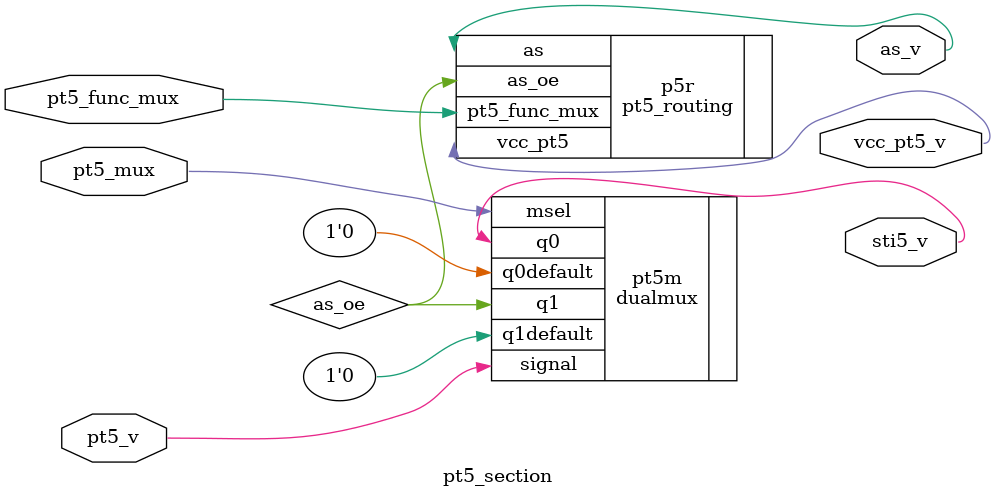
<source format=v>
`include "dualmux.v"
`include "pt5_routing.v"

module pt5_section(
  input pt5_mux, pt5_func_mux,
  input pt5_v,
  output sti5_v, as_v, vcc_pt5_v
);

  wire as_oe;
  dualmux pt5m(
    .msel(pt5_mux),
    .q0default(1'b0),
    .q1default(1'b0),
    .signal(pt5_v),
    .q0(sti5_v),
    .q1(as_oe)
  );

  pt5_routing p5r(
    .pt5_func_mux(pt5_func_mux),
    .as_oe(as_oe),
    .as(as_v), .vcc_pt5(vcc_pt5_v)
  );
endmodule

</source>
